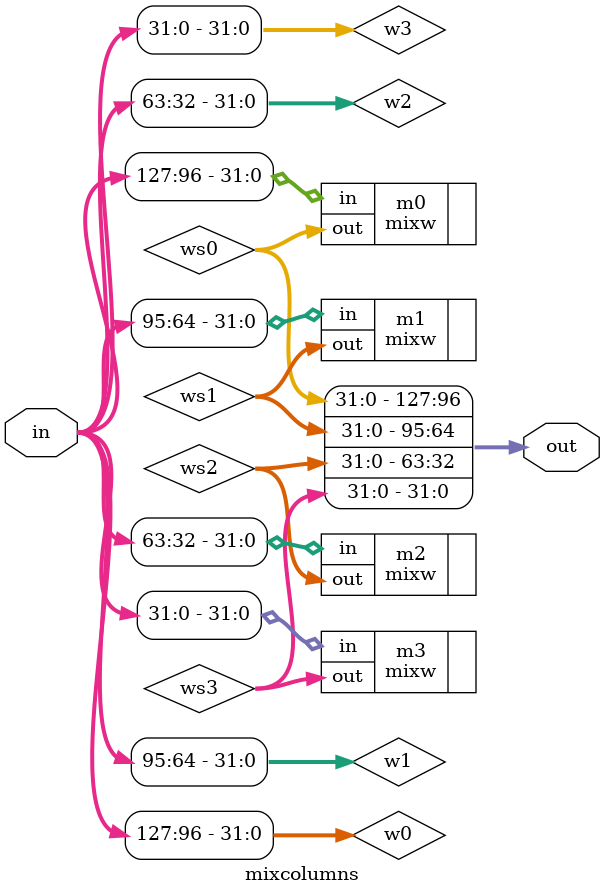
<source format=sv>
module mixcolumns (input [127:0] in,
                   output [127:0] out);
                   
logic [31:0] w0, w1, w2, w3;
logic [31:0] ws0, ws1, ws2, ws3;

assign w0 = in[127:96];
assign w1 = in[95:64];
assign w2 = in[63:32];
assign w3 = in[31:0];
    
mixw m0 (.in (w0),
         .out(ws0));
         
mixw m1 (.in (w1),
         .out(ws1));  
         
mixw m2 (.in (w2),
         .out(ws2)); 
         
mixw m3 (.in (w3),
         .out(ws3));      
    
assign out = {ws0,ws1,ws2,ws3};

endmodule 

</source>
